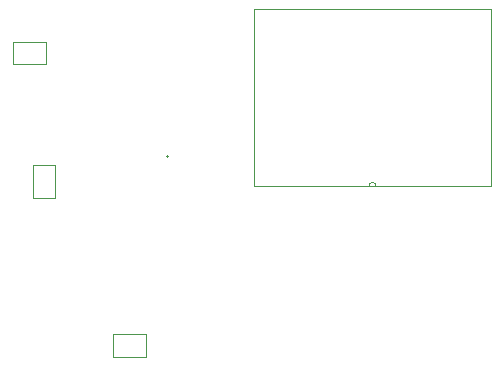
<source format=gbr>
%TF.GenerationSoftware,Altium Limited,Altium Designer,19.1.8 (144)*%
G04 Layer_Color=16711935*
%FSLAX26Y26*%
%MOIN*%
%TF.FileFunction,Other,Mechanical_13*%
%TF.Part,Single*%
G01*
G75*
%TA.AperFunction,NonConductor*%
%ADD36C,0.003937*%
%ADD40C,0.000000*%
%ADD41C,0.001000*%
D36*
X1970473Y1676181D02*
X2080709D01*
X1970473Y1750984D02*
X2080709D01*
Y1676181D02*
Y1750984D01*
X1970473Y1676181D02*
Y1750984D01*
X1636811Y2725394D02*
X1747047D01*
X1636811Y2650590D02*
X1747047D01*
Y2725394D01*
X1636811Y2650590D02*
Y2725394D01*
X1778543Y2204724D02*
Y2314961D01*
X1703740Y2204724D02*
Y2314961D01*
Y2204724D02*
X1778543D01*
X1703740Y2314961D02*
X1778543D01*
D40*
X2848614Y2244854D02*
G03*
X2824614Y2244854I-12000J0D01*
G01*
X2157082Y2342955D02*
G03*
X2157082Y2342955I-3000J0D01*
G01*
D41*
X3230114Y2244854D02*
Y2835854D01*
X2443114Y2244854D02*
X3230114D01*
X2443114D02*
Y2835854D01*
X3230114D01*
%TF.MD5,d9de0bca9e80b8d020343093041457f5*%
M02*

</source>
